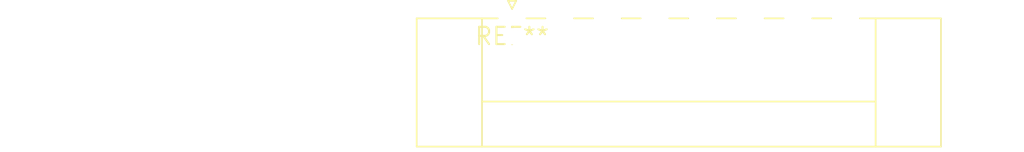
<source format=kicad_pcb>
(kicad_pcb (version 20240108) (generator pcbnew)
  (layers (0 "F.Cu" signal) (31 "B.Cu" signal) (34 "B.Paste" user) (35 "F.Paste" user) (36 "B.SilkS" user "B.Silkscreen") (37 "F.SilkS" user "F.Silkscreen") (38 "B.Mask" user) (39 "F.Mask" user) (44 "Edge.Cuts" user))
  (net 0 "")
  (footprint "PhoenixContact_MC_1,5_8-GF-3.5_1x08_P3.50mm_Horizontal_ThreadedFlange" (layer "F.Cu") (at 0 0)
    (property "Reference" "REF**")
    (property "Value" "PhoenixContact_MC_1,5_8-GF-3.5_1x08_P3.50mm_Horizontal_ThreadedFlange")
    (fp_line (start -7.01 -1.31) (end -7.01 8.11) (layer "F.SilkS") (stroke (width 0.12)))
    (fp_line (start -7.01 -1.31) (end -1.05 -1.31) (layer "F.SilkS") (stroke (width 0.12)))
    (fp_line (start -7.01 8.11) (end 31.51 8.11) (layer "F.SilkS") (stroke (width 0.12)))
    (fp_line (start -2.21 -1.31) (end -2.21 8.11) (layer "F.SilkS") (stroke (width 0.12)))
    (fp_line (start -2.21 4.8) (end 26.71 4.8) (layer "F.SilkS") (stroke (width 0.12)))
    (fp_line (start -0.3 -2.6) (end 0.3 -2.6) (layer "F.SilkS") (stroke (width 0.12)))
    (fp_line (start 0 -2) (end -0.3 -2.6) (layer "F.SilkS") (stroke (width 0.12)))
    (fp_line (start 0.3 -2.6) (end 0 -2) (layer "F.SilkS") (stroke (width 0.12)))
    (fp_line (start 1.05 -1.31) (end 2.45 -1.31) (layer "F.SilkS") (stroke (width 0.12)))
    (fp_line (start 4.55 -1.31) (end 5.95 -1.31) (layer "F.SilkS") (stroke (width 0.12)))
    (fp_line (start 8.05 -1.31) (end 9.45 -1.31) (layer "F.SilkS") (stroke (width 0.12)))
    (fp_line (start 11.55 -1.31) (end 12.95 -1.31) (layer "F.SilkS") (stroke (width 0.12)))
    (fp_line (start 15.05 -1.31) (end 16.45 -1.31) (layer "F.SilkS") (stroke (width 0.12)))
    (fp_line (start 18.55 -1.31) (end 19.95 -1.31) (layer "F.SilkS") (stroke (width 0.12)))
    (fp_line (start 22.05 -1.31) (end 23.45 -1.31) (layer "F.SilkS") (stroke (width 0.12)))
    (fp_line (start 26.71 -1.31) (end 26.71 8.11) (layer "F.SilkS") (stroke (width 0.12)))
    (fp_line (start 31.51 -1.31) (end 25.55 -1.31) (layer "F.SilkS") (stroke (width 0.12)))
    (fp_line (start 31.51 8.11) (end 31.51 -1.31) (layer "F.SilkS") (stroke (width 0.12)))
    (pad "1" thru_hole roundrect (at 0 0) (size 1.8 3.6) (drill 1.2) (layers *.Cu *.Mask) (remove_unused_layers) (roundrect_rratio 0.138889))
    (pad "2" thru_hole oval (at 3.5 0) (size 1.8 3.6) (drill 1.2) (layers *.Cu *.Mask) (remove_unused_layers))
    (pad "3" thru_hole oval (at 7 0) (size 1.8 3.6) (drill 1.2) (layers *.Cu *.Mask) (remove_unused_layers))
    (pad "4" thru_hole oval (at 10.5 0) (size 1.8 3.6) (drill 1.2) (layers *.Cu *.Mask) (remove_unused_layers))
    (pad "5" thru_hole oval (at 14 0) (size 1.8 3.6) (drill 1.2) (layers *.Cu *.Mask) (remove_unused_layers))
    (pad "6" thru_hole oval (at 17.5 0) (size 1.8 3.6) (drill 1.2) (layers *.Cu *.Mask) (remove_unused_layers))
    (pad "7" thru_hole oval (at 21 0) (size 1.8 3.6) (drill 1.2) (layers *.Cu *.Mask) (remove_unused_layers))
    (pad "8" thru_hole oval (at 24.5 0) (size 1.8 3.6) (drill 1.2) (layers *.Cu *.Mask) (remove_unused_layers))
  )
)
</source>
